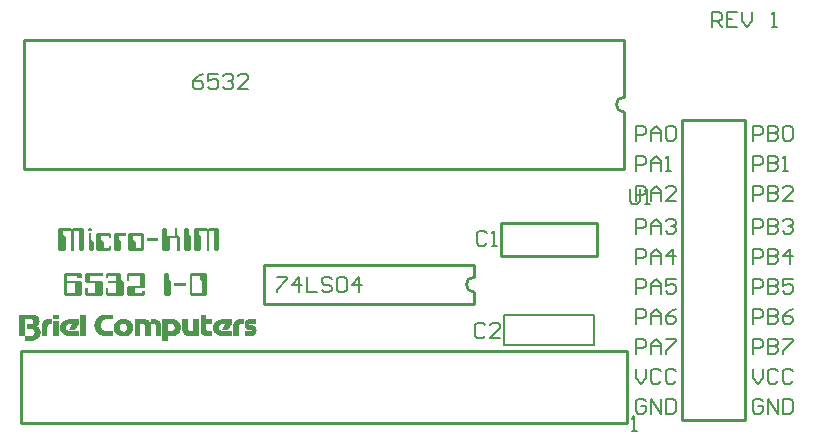
<source format=gto>
%FSLAX23Y23*%
%MOIN*%
G70*
G01*
G75*
G04 Layer_Color=65535*
%ADD10C,0.008*%
%ADD11C,0.020*%
%ADD12O,0.050X0.100*%
%ADD13R,0.050X0.100*%
%ADD14C,0.065*%
%ADD15R,0.065X0.065*%
%ADD16R,0.065X0.065*%
%ADD17C,0.066*%
%ADD18C,0.032*%
%ADD19C,0.010*%
G36*
X2166Y3329D02*
X2148D01*
Y3380D01*
X2166D01*
Y3329D01*
D02*
G37*
G36*
X2257D02*
X2238D01*
Y3400D01*
X2257D01*
Y3329D01*
D02*
G37*
G36*
X2825Y3368D02*
X2810Y3368D01*
X2804D01*
X2804Y3368D01*
X2803D01*
X2803Y3368D01*
X2802Y3368D01*
X2802Y3367D01*
X2802Y3367D01*
X2801Y3367D01*
X2801Y3367D01*
Y3366D01*
Y3366D01*
X2801Y3365D01*
X2802Y3365D01*
X2802Y3365D01*
X2802Y3365D01*
X2803Y3365D01*
X2803Y3364D01*
X2804D01*
X2804Y3364D01*
X2804D01*
X2805Y3364D01*
X2806D01*
X2807Y3364D01*
X2809D01*
X2810Y3364D01*
X2813D01*
X2814Y3364D01*
X2814Y3364D01*
X2815Y3364D01*
X2816Y3363D01*
X2818Y3363D01*
X2819Y3362D01*
X2820Y3361D01*
X2822Y3360D01*
X2822Y3360D01*
X2822Y3360D01*
X2822Y3359D01*
X2823Y3358D01*
X2824Y3357D01*
X2824Y3356D01*
X2825Y3354D01*
X2825Y3353D01*
Y3353D01*
X2825Y3352D01*
X2825Y3352D01*
X2825Y3351D01*
X2825Y3350D01*
X2826Y3349D01*
X2826Y3348D01*
Y3347D01*
Y3347D01*
Y3347D01*
Y3347D01*
X2826Y3346D01*
X2825Y3344D01*
Y3344D01*
X2825Y3344D01*
X2825Y3343D01*
X2825Y3342D01*
X2825Y3341D01*
X2825Y3340D01*
X2824Y3339D01*
X2824Y3337D01*
Y3337D01*
X2824Y3337D01*
X2824Y3336D01*
X2823Y3336D01*
X2823Y3335D01*
X2822Y3334D01*
X2821Y3333D01*
X2820Y3332D01*
X2820Y3332D01*
X2820Y3332D01*
X2819Y3331D01*
X2818Y3331D01*
X2817Y3330D01*
X2816Y3330D01*
X2815Y3330D01*
X2814Y3329D01*
X2813Y3329D01*
X2812Y3329D01*
X2811Y3329D01*
X2787D01*
Y3345D01*
X2809D01*
X2810Y3345D01*
X2811Y3346D01*
X2811Y3346D01*
X2811Y3346D01*
X2811Y3346D01*
Y3346D01*
Y3346D01*
Y3347D01*
X2811Y3348D01*
X2811Y3348D01*
X2811Y3348D01*
X2811Y3349D01*
X2810Y3349D01*
X2810Y3349D01*
X2809Y3349D01*
X2808Y3349D01*
X2804D01*
X2803Y3349D01*
X2802D01*
X2800Y3349D01*
X2797Y3350D01*
X2795Y3350D01*
X2794Y3350D01*
X2793Y3351D01*
X2792Y3351D01*
X2792Y3351D01*
X2792Y3352D01*
X2791Y3352D01*
X2791Y3353D01*
X2790Y3353D01*
X2790Y3354D01*
X2789Y3355D01*
X2788Y3356D01*
X2788Y3357D01*
Y3357D01*
X2788Y3358D01*
X2788Y3358D01*
X2787Y3359D01*
X2787Y3360D01*
X2787Y3362D01*
X2787Y3363D01*
X2787Y3365D01*
Y3365D01*
Y3365D01*
X2787Y3365D01*
Y3366D01*
Y3366D01*
Y3367D01*
X2787Y3368D01*
Y3369D01*
X2787Y3370D01*
X2787Y3373D01*
Y3373D01*
X2787Y3373D01*
X2788Y3374D01*
X2788Y3375D01*
X2788Y3376D01*
X2788Y3377D01*
X2789Y3378D01*
X2790Y3379D01*
X2790Y3379D01*
X2790Y3379D01*
X2790Y3380D01*
X2791Y3380D01*
X2791Y3381D01*
X2792Y3381D01*
X2793Y3382D01*
X2794Y3383D01*
X2794Y3383D01*
X2794Y3383D01*
X2795Y3383D01*
X2796Y3383D01*
X2797Y3384D01*
X2799Y3384D01*
X2800Y3384D01*
X2801Y3384D01*
X2802Y3384D01*
X2804Y3385D01*
X2825D01*
Y3368D01*
D02*
G37*
G36*
X2145Y3368D02*
X2137D01*
X2136Y3368D01*
X2135Y3368D01*
X2134Y3367D01*
X2133Y3367D01*
X2132Y3366D01*
X2131Y3365D01*
X2131Y3365D01*
X2131Y3365D01*
X2130Y3364D01*
X2130Y3364D01*
X2129Y3363D01*
X2129Y3362D01*
X2129Y3360D01*
X2128Y3359D01*
Y3329D01*
X2110D01*
Y3364D01*
Y3364D01*
Y3364D01*
Y3364D01*
X2110Y3365D01*
X2110Y3366D01*
X2110Y3367D01*
X2110Y3368D01*
X2110Y3369D01*
X2111Y3371D01*
X2112Y3372D01*
X2112Y3373D01*
X2113Y3375D01*
X2113Y3376D01*
X2114Y3377D01*
X2115Y3378D01*
X2115Y3378D01*
X2116Y3378D01*
X2116Y3379D01*
X2116Y3379D01*
X2117Y3380D01*
X2117Y3380D01*
X2118Y3381D01*
X2119Y3381D01*
X2121Y3382D01*
X2123Y3383D01*
X2124Y3384D01*
X2126Y3384D01*
X2127Y3384D01*
X2128Y3384D01*
X2145D01*
Y3368D01*
D02*
G37*
G36*
X2658Y3384D02*
X2676D01*
Y3368D01*
X2658D01*
Y3351D01*
Y3351D01*
Y3351D01*
Y3350D01*
X2658Y3350D01*
X2658Y3349D01*
X2659Y3348D01*
X2659Y3347D01*
X2660Y3346D01*
X2661Y3346D01*
X2661Y3346D01*
X2662Y3345D01*
X2663Y3345D01*
X2664Y3345D01*
X2676D01*
Y3329D01*
X2657D01*
X2657Y3329D01*
X2656Y3329D01*
X2655Y3329D01*
X2654Y3330D01*
X2652Y3330D01*
X2650Y3331D01*
X2648Y3332D01*
X2647Y3332D01*
X2646Y3333D01*
X2645Y3334D01*
X2645Y3334D01*
X2645Y3334D01*
X2645Y3334D01*
X2644Y3335D01*
X2644Y3335D01*
X2643Y3336D01*
X2642Y3337D01*
X2641Y3339D01*
X2640Y3341D01*
X2640Y3342D01*
X2639Y3344D01*
X2639Y3345D01*
X2639Y3346D01*
Y3400D01*
X2658D01*
Y3384D01*
D02*
G37*
G36*
X2783Y3368D02*
X2775D01*
X2774Y3368D01*
X2773Y3368D01*
X2772Y3367D01*
X2771Y3367D01*
X2770Y3366D01*
X2769Y3365D01*
X2769Y3365D01*
X2769Y3365D01*
X2769Y3364D01*
X2768Y3364D01*
X2768Y3363D01*
X2767Y3362D01*
X2767Y3360D01*
X2767Y3359D01*
Y3329D01*
X2748D01*
Y3364D01*
Y3364D01*
Y3364D01*
Y3364D01*
X2748Y3365D01*
X2748Y3366D01*
X2748Y3367D01*
X2749Y3368D01*
X2749Y3369D01*
X2749Y3371D01*
X2750Y3372D01*
X2751Y3373D01*
X2751Y3375D01*
X2752Y3376D01*
X2753Y3377D01*
X2754Y3378D01*
X2754Y3378D01*
X2754Y3378D01*
X2754Y3379D01*
X2755Y3379D01*
X2755Y3380D01*
X2756Y3380D01*
X2757Y3381D01*
X2757Y3381D01*
X2759Y3382D01*
X2762Y3383D01*
X2763Y3384D01*
X2764Y3384D01*
X2765Y3384D01*
X2767Y3384D01*
X2783D01*
Y3368D01*
D02*
G37*
G36*
X2346Y3384D02*
X2325D01*
X2325Y3384D01*
X2324Y3384D01*
X2323Y3384D01*
X2322Y3384D01*
X2321Y3383D01*
X2319Y3383D01*
X2318Y3382D01*
X2317Y3382D01*
X2315Y3381D01*
X2314Y3380D01*
X2313Y3379D01*
X2312Y3378D01*
X2312Y3378D01*
X2312Y3378D01*
X2311Y3378D01*
X2311Y3377D01*
X2311Y3377D01*
X2310Y3376D01*
X2309Y3375D01*
X2309Y3375D01*
X2308Y3373D01*
X2307Y3370D01*
X2307Y3369D01*
X2306Y3368D01*
X2306Y3367D01*
X2306Y3365D01*
Y3365D01*
Y3365D01*
Y3364D01*
X2306Y3364D01*
X2306Y3363D01*
X2306Y3362D01*
X2306Y3361D01*
X2307Y3360D01*
X2307Y3358D01*
X2308Y3357D01*
X2308Y3356D01*
X2309Y3354D01*
X2310Y3353D01*
X2311Y3352D01*
X2312Y3351D01*
X2312Y3351D01*
X2312Y3351D01*
X2312Y3350D01*
X2313Y3350D01*
X2313Y3350D01*
X2314Y3349D01*
X2315Y3349D01*
X2316Y3348D01*
X2317Y3347D01*
X2318Y3347D01*
X2319Y3346D01*
X2320Y3346D01*
X2322Y3346D01*
X2323Y3345D01*
X2325Y3345D01*
X2326Y3345D01*
X2346D01*
Y3329D01*
X2320D01*
X2319Y3329D01*
X2318Y3329D01*
X2317Y3329D01*
X2315Y3330D01*
X2313Y3330D01*
X2312Y3330D01*
X2310Y3331D01*
X2308Y3332D01*
X2306Y3332D01*
X2303Y3333D01*
X2301Y3335D01*
X2299Y3336D01*
X2297Y3338D01*
X2295Y3339D01*
X2295Y3339D01*
X2295Y3340D01*
X2294Y3340D01*
X2294Y3341D01*
X2293Y3342D01*
X2292Y3343D01*
X2291Y3345D01*
X2290Y3347D01*
X2289Y3348D01*
X2289Y3350D01*
X2288Y3352D01*
X2287Y3355D01*
X2286Y3357D01*
X2286Y3360D01*
X2285Y3362D01*
X2285Y3365D01*
Y3365D01*
Y3366D01*
X2285Y3367D01*
X2286Y3368D01*
X2286Y3369D01*
X2286Y3370D01*
X2286Y3372D01*
X2287Y3374D01*
X2287Y3375D01*
X2288Y3377D01*
X2289Y3379D01*
X2290Y3382D01*
X2291Y3384D01*
X2292Y3386D01*
X2294Y3388D01*
X2296Y3390D01*
X2296Y3390D01*
X2296Y3390D01*
X2297Y3391D01*
X2298Y3391D01*
X2299Y3392D01*
X2300Y3393D01*
X2301Y3394D01*
X2303Y3395D01*
X2305Y3396D01*
X2307Y3397D01*
X2309Y3398D01*
X2311Y3399D01*
X2313Y3399D01*
X2315Y3400D01*
X2318Y3400D01*
X2321Y3400D01*
X2346D01*
Y3384D01*
D02*
G37*
G36*
X2549Y3384D02*
X2549D01*
X2550Y3384D01*
X2551Y3384D01*
X2553Y3384D01*
X2554Y3383D01*
X2555Y3383D01*
X2557Y3382D01*
X2558Y3382D01*
X2560Y3381D01*
X2562Y3380D01*
X2563Y3379D01*
X2565Y3377D01*
X2566Y3376D01*
X2566Y3376D01*
X2567Y3376D01*
X2567Y3375D01*
X2567Y3375D01*
X2568Y3374D01*
X2569Y3373D01*
X2569Y3372D01*
X2570Y3371D01*
X2571Y3369D01*
X2571Y3368D01*
X2572Y3366D01*
X2573Y3364D01*
X2573Y3362D01*
X2574Y3360D01*
X2574Y3358D01*
X2574Y3356D01*
Y3356D01*
Y3356D01*
X2574Y3355D01*
Y3354D01*
X2574Y3353D01*
X2574Y3352D01*
X2573Y3351D01*
X2573Y3349D01*
X2572Y3348D01*
X2572Y3346D01*
X2571Y3345D01*
X2571Y3343D01*
X2570Y3342D01*
X2569Y3340D01*
X2567Y3338D01*
X2566Y3337D01*
X2566Y3337D01*
X2566Y3337D01*
X2565Y3336D01*
X2565Y3336D01*
X2564Y3335D01*
X2563Y3334D01*
X2562Y3334D01*
X2561Y3333D01*
X2560Y3332D01*
X2558Y3331D01*
X2557Y3331D01*
X2555Y3330D01*
X2553Y3330D01*
X2551Y3329D01*
X2549Y3329D01*
X2547Y3329D01*
X2535D01*
Y3345D01*
X2541D01*
X2541Y3345D01*
X2543Y3345D01*
X2544Y3345D01*
X2545Y3346D01*
X2547Y3346D01*
X2548Y3347D01*
X2550Y3348D01*
X2550Y3348D01*
X2550Y3349D01*
X2551Y3349D01*
X2551Y3350D01*
X2552Y3351D01*
X2553Y3353D01*
X2553Y3354D01*
X2553Y3356D01*
Y3356D01*
Y3356D01*
X2553Y3357D01*
X2553Y3358D01*
X2553Y3359D01*
X2552Y3360D01*
X2552Y3361D01*
X2551Y3363D01*
X2550Y3364D01*
X2550Y3364D01*
X2549Y3365D01*
X2548Y3365D01*
X2547Y3366D01*
X2546Y3367D01*
X2544Y3367D01*
X2543Y3368D01*
X2541Y3368D01*
X2531D01*
Y3313D01*
X2512D01*
Y3384D01*
X2548D01*
X2549Y3384D01*
D02*
G37*
G36*
X2384Y3386D02*
X2384D01*
X2386Y3386D01*
X2387Y3386D01*
X2388Y3385D01*
X2390Y3385D01*
X2392Y3385D01*
X2394Y3384D01*
X2395Y3383D01*
X2397Y3383D01*
X2399Y3382D01*
X2401Y3381D01*
X2403Y3379D01*
X2405Y3378D01*
X2405Y3378D01*
X2406Y3378D01*
X2406Y3377D01*
X2407Y3376D01*
X2407Y3376D01*
X2408Y3375D01*
X2409Y3373D01*
X2410Y3372D01*
X2411Y3371D01*
X2412Y3369D01*
X2413Y3367D01*
X2414Y3365D01*
X2414Y3363D01*
X2415Y3361D01*
X2415Y3359D01*
X2415Y3357D01*
Y3356D01*
Y3356D01*
X2415Y3355D01*
X2415Y3354D01*
X2415Y3353D01*
X2415Y3352D01*
X2415Y3351D01*
X2414Y3349D01*
X2414Y3347D01*
X2413Y3346D01*
X2412Y3344D01*
X2411Y3342D01*
X2410Y3340D01*
X2409Y3339D01*
X2407Y3337D01*
X2405Y3335D01*
X2405Y3335D01*
X2405Y3335D01*
X2404Y3334D01*
X2404Y3334D01*
X2403Y3333D01*
X2401Y3333D01*
X2400Y3332D01*
X2399Y3331D01*
X2397Y3330D01*
X2395Y3330D01*
X2393Y3329D01*
X2391Y3328D01*
X2389Y3328D01*
X2387Y3328D01*
X2385Y3327D01*
X2382Y3327D01*
X2382D01*
X2381Y3327D01*
X2380D01*
X2379Y3327D01*
X2377Y3328D01*
X2376Y3328D01*
X2374Y3328D01*
X2373Y3329D01*
X2371Y3329D01*
X2369Y3330D01*
X2367Y3331D01*
X2365Y3331D01*
X2363Y3333D01*
X2361Y3334D01*
X2359Y3335D01*
X2359Y3335D01*
X2359Y3335D01*
X2358Y3336D01*
X2358Y3337D01*
X2357Y3337D01*
X2356Y3339D01*
X2355Y3340D01*
X2354Y3341D01*
X2353Y3342D01*
X2352Y3344D01*
X2351Y3346D01*
X2351Y3348D01*
X2350Y3350D01*
X2350Y3352D01*
X2349Y3354D01*
X2349Y3357D01*
Y3357D01*
Y3357D01*
X2349Y3358D01*
X2349Y3359D01*
X2349Y3360D01*
X2350Y3361D01*
X2350Y3362D01*
X2350Y3364D01*
X2351Y3366D01*
X2352Y3367D01*
X2352Y3369D01*
X2353Y3371D01*
X2355Y3373D01*
X2356Y3375D01*
X2358Y3376D01*
X2359Y3378D01*
X2360Y3378D01*
X2360Y3378D01*
X2360Y3379D01*
X2361Y3379D01*
X2362Y3380D01*
X2363Y3381D01*
X2364Y3381D01*
X2366Y3382D01*
X2368Y3383D01*
X2369Y3383D01*
X2371Y3384D01*
X2373Y3385D01*
X2375Y3385D01*
X2378Y3386D01*
X2380Y3386D01*
X2382Y3386D01*
X2383D01*
X2384Y3386D01*
D02*
G37*
G36*
X2662Y3534D02*
Y3467D01*
X2657Y3463D01*
X2607D01*
X2603Y3467D01*
Y3534D01*
X2607Y3539D01*
X2657D01*
X2662Y3534D01*
D02*
G37*
G36*
X2314Y3530D02*
X2272D01*
Y3513D01*
X2310D01*
X2314Y3509D01*
Y3467D01*
X2310Y3463D01*
X2259D01*
X2255Y3467D01*
Y3488D01*
X2263D01*
Y3471D01*
X2288D01*
Y3505D01*
X2259D01*
X2255Y3509D01*
Y3534D01*
X2259Y3539D01*
X2314D01*
Y3530D01*
D02*
G37*
G36*
X2453Y3534D02*
Y3492D01*
X2449Y3488D01*
X2419D01*
Y3471D01*
X2445D01*
Y3480D01*
X2453D01*
Y3467D01*
X2449Y3463D01*
X2398D01*
X2394Y3467D01*
Y3492D01*
X2398Y3496D01*
X2436D01*
Y3530D01*
X2402D01*
Y3513D01*
X2394D01*
Y3534D01*
X2398Y3539D01*
X2448D01*
X2453Y3534D01*
D02*
G37*
G36*
X2533D02*
Y3517D01*
X2542Y3509D01*
Y3467D01*
X2537Y3463D01*
X2521D01*
X2517Y3467D01*
Y3534D01*
X2521Y3539D01*
X2529D01*
X2533Y3534D01*
D02*
G37*
G36*
X2244D02*
Y3522D01*
X2227D01*
Y3530D01*
X2193D01*
Y3513D01*
X2240D01*
X2244Y3509D01*
Y3467D01*
X2240Y3463D01*
X2189D01*
X2185Y3467D01*
Y3534D01*
X2189Y3539D01*
X2240D01*
X2244Y3534D01*
D02*
G37*
G36*
X2082Y3400D02*
X2083Y3400D01*
X2083Y3400D01*
X2085Y3400D01*
X2086Y3400D01*
X2088Y3399D01*
X2089Y3398D01*
X2091Y3398D01*
X2092Y3397D01*
X2093Y3396D01*
X2095Y3395D01*
X2096Y3394D01*
X2096Y3394D01*
X2096Y3394D01*
X2097Y3393D01*
X2097Y3393D01*
X2098Y3392D01*
X2098Y3391D01*
X2099Y3391D01*
X2099Y3390D01*
X2100Y3388D01*
X2101Y3387D01*
X2102Y3385D01*
X2102Y3383D01*
X2102Y3382D01*
X2103Y3380D01*
X2103Y3379D01*
Y3378D01*
Y3378D01*
Y3378D01*
Y3378D01*
X2103Y3377D01*
X2102Y3375D01*
X2102Y3374D01*
X2102Y3372D01*
X2101Y3370D01*
X2100Y3369D01*
Y3369D01*
X2100Y3369D01*
X2100Y3368D01*
X2099Y3367D01*
X2098Y3366D01*
X2097Y3365D01*
X2096Y3364D01*
X2094Y3362D01*
X2092Y3361D01*
X2092D01*
X2092Y3361D01*
X2093Y3361D01*
X2093Y3361D01*
X2094Y3361D01*
X2095Y3360D01*
X2096Y3359D01*
X2098Y3358D01*
X2100Y3357D01*
X2101Y3355D01*
X2103Y3353D01*
Y3353D01*
X2103Y3352D01*
X2103Y3352D01*
X2104Y3352D01*
X2104Y3351D01*
X2104Y3350D01*
X2105Y3349D01*
X2105Y3347D01*
X2106Y3345D01*
X2106Y3343D01*
X2106Y3340D01*
Y3340D01*
Y3339D01*
X2106Y3339D01*
Y3338D01*
X2106Y3337D01*
X2106Y3336D01*
X2106Y3335D01*
X2105Y3334D01*
X2105Y3332D01*
X2104Y3331D01*
X2104Y3329D01*
X2103Y3328D01*
X2102Y3326D01*
X2100Y3324D01*
X2099Y3323D01*
X2097Y3321D01*
X2097Y3321D01*
X2097Y3321D01*
X2096Y3321D01*
X2096Y3320D01*
X2095Y3319D01*
X2094Y3319D01*
X2093Y3318D01*
X2091Y3317D01*
X2090Y3316D01*
X2088Y3316D01*
X2087Y3315D01*
X2085Y3314D01*
X2083Y3314D01*
X2081Y3313D01*
X2079Y3313D01*
X2077Y3313D01*
X2055D01*
Y3329D01*
X2035D01*
Y3400D01*
X2081D01*
X2082Y3400D01*
D02*
G37*
G36*
X2375Y3534D02*
Y3517D01*
X2383Y3509D01*
Y3467D01*
X2379Y3463D01*
X2328D01*
X2324Y3467D01*
Y3488D01*
X2332D01*
Y3471D01*
X2358D01*
Y3505D01*
X2332D01*
Y3513D01*
X2358D01*
Y3530D01*
X2332D01*
Y3522D01*
X2324D01*
Y3534D01*
X2328Y3539D01*
X2370D01*
X2375Y3534D01*
D02*
G37*
G36*
X2589Y3496D02*
X2551D01*
Y3505D01*
X2589D01*
Y3496D01*
D02*
G37*
G36*
X2497Y3646D02*
X2460D01*
Y3655D01*
X2497D01*
Y3646D01*
D02*
G37*
G36*
X2342Y3667D02*
Y3655D01*
X2334D01*
Y3663D01*
X2308D01*
Y3651D01*
X2317Y3642D01*
Y3621D01*
X2334D01*
Y3630D01*
X2342D01*
Y3617D01*
X2338Y3613D01*
X2296D01*
X2291Y3617D01*
Y3667D01*
X2296Y3672D01*
X2338D01*
X2342Y3667D01*
D02*
G37*
G36*
X2449D02*
Y3617D01*
X2444Y3613D01*
X2402D01*
X2398Y3617D01*
Y3667D01*
X2402Y3672D01*
X2444D01*
X2449Y3667D01*
D02*
G37*
G36*
X2600Y3684D02*
Y3667D01*
X2608Y3659D01*
Y3617D01*
X2603Y3613D01*
X2587D01*
X2583Y3617D01*
Y3684D01*
X2587Y3689D01*
X2595D01*
X2600Y3684D01*
D02*
G37*
G36*
X2249D02*
Y3617D01*
X2245Y3613D01*
X2237D01*
X2233Y3617D01*
Y3680D01*
X2216D01*
Y3613D01*
X2207D01*
Y3680D01*
X2182D01*
Y3667D01*
X2190Y3659D01*
Y3617D01*
X2186Y3613D01*
X2169D01*
X2165Y3617D01*
Y3684D01*
X2169Y3689D01*
X2207D01*
X2211Y3684D01*
X2216Y3689D01*
X2245D01*
X2249Y3684D01*
D02*
G37*
G36*
X2701D02*
Y3617D01*
X2697Y3613D01*
X2688D01*
X2684Y3617D01*
Y3680D01*
X2667D01*
Y3613D01*
X2659D01*
Y3680D01*
X2633D01*
Y3667D01*
X2642Y3659D01*
Y3617D01*
X2637Y3613D01*
X2621D01*
X2616Y3617D01*
Y3684D01*
X2621Y3689D01*
X2659D01*
X2663Y3684D01*
X2667Y3689D01*
X2696D01*
X2701Y3684D01*
D02*
G37*
G36*
X2561Y3667D02*
X2570Y3659D01*
Y3613D01*
X2561D01*
Y3655D01*
X2536D01*
Y3617D01*
X2531Y3613D01*
X2515D01*
X2511Y3617D01*
Y3684D01*
X2515Y3689D01*
X2523D01*
X2527Y3684D01*
Y3663D01*
X2553D01*
Y3689D01*
X2561D01*
Y3667D01*
D02*
G37*
G36*
X2276Y3686D02*
Y3680D01*
X2275Y3679D01*
X2266D01*
X2265Y3680D01*
Y3686D01*
X2266Y3687D01*
X2275D01*
X2276Y3686D01*
D02*
G37*
G36*
X2392Y3663D02*
X2367D01*
Y3651D01*
X2375Y3642D01*
Y3617D01*
X2371Y3613D01*
X2354D01*
X2350Y3617D01*
Y3667D01*
X2354Y3672D01*
X2392D01*
Y3663D01*
D02*
G37*
G36*
X2743Y3368D02*
X2730Y3350D01*
X2709D01*
X2722Y3368D01*
X2711D01*
X2710Y3368D01*
X2709Y3368D01*
X2708Y3367D01*
X2706Y3367D01*
X2705Y3366D01*
X2704Y3365D01*
X2703Y3365D01*
X2703Y3364D01*
X2703Y3364D01*
X2702Y3363D01*
X2701Y3362D01*
X2701Y3360D01*
X2700Y3359D01*
X2700Y3357D01*
Y3357D01*
Y3357D01*
Y3357D01*
X2700Y3356D01*
X2701Y3355D01*
X2701Y3354D01*
X2701Y3353D01*
X2702Y3351D01*
X2703Y3350D01*
X2704Y3348D01*
X2704Y3348D01*
X2704Y3348D01*
X2705Y3347D01*
X2706Y3347D01*
X2707Y3346D01*
X2709Y3346D01*
X2710Y3345D01*
X2712Y3345D01*
X2743D01*
Y3329D01*
X2710D01*
X2710Y3329D01*
X2709D01*
X2708Y3329D01*
X2706Y3329D01*
X2705Y3330D01*
X2703Y3330D01*
X2702Y3330D01*
X2700Y3331D01*
X2698Y3331D01*
X2696Y3332D01*
X2695Y3333D01*
X2693Y3334D01*
X2691Y3335D01*
X2689Y3336D01*
X2689Y3336D01*
X2689Y3337D01*
X2688Y3337D01*
X2688Y3338D01*
X2687Y3339D01*
X2686Y3339D01*
X2685Y3341D01*
X2684Y3342D01*
X2684Y3343D01*
X2683Y3345D01*
X2682Y3346D01*
X2681Y3348D01*
X2681Y3350D01*
X2680Y3352D01*
X2680Y3355D01*
X2680Y3357D01*
Y3357D01*
Y3357D01*
X2680Y3358D01*
X2680Y3359D01*
X2680Y3360D01*
X2680Y3361D01*
X2680Y3362D01*
X2681Y3363D01*
X2681Y3365D01*
X2682Y3366D01*
X2683Y3368D01*
X2684Y3369D01*
X2685Y3371D01*
X2686Y3373D01*
X2687Y3374D01*
X2689Y3376D01*
X2689Y3376D01*
X2690Y3376D01*
X2690Y3377D01*
X2691Y3377D01*
X2692Y3378D01*
X2693Y3379D01*
X2694Y3379D01*
X2695Y3380D01*
X2697Y3381D01*
X2698Y3382D01*
X2700Y3382D01*
X2702Y3383D01*
X2704Y3383D01*
X2706Y3384D01*
X2709Y3384D01*
X2711Y3384D01*
X2743D01*
Y3368D01*
D02*
G37*
G36*
X2490Y3384D02*
X2491Y3384D01*
X2491Y3384D01*
X2493Y3383D01*
X2495Y3383D01*
X2496Y3382D01*
X2497Y3382D01*
X2498Y3381D01*
X2499Y3380D01*
X2501Y3379D01*
X2502Y3378D01*
X2502Y3378D01*
X2502Y3378D01*
X2502Y3378D01*
X2503Y3377D01*
X2503Y3377D01*
X2504Y3376D01*
X2504Y3375D01*
X2505Y3374D01*
X2506Y3372D01*
X2507Y3370D01*
X2507Y3369D01*
X2507Y3367D01*
X2508Y3366D01*
X2508Y3365D01*
Y3329D01*
X2489D01*
Y3362D01*
Y3362D01*
Y3362D01*
X2489Y3363D01*
X2489Y3364D01*
X2488Y3365D01*
X2488Y3365D01*
X2488Y3366D01*
X2487Y3367D01*
X2487Y3367D01*
X2487Y3367D01*
X2486Y3367D01*
X2486Y3367D01*
X2485Y3368D01*
X2484Y3368D01*
X2483Y3368D01*
X2482Y3368D01*
X2473D01*
Y3329D01*
X2454D01*
X2454Y3362D01*
Y3362D01*
Y3362D01*
Y3362D01*
X2454Y3363D01*
X2453Y3364D01*
X2453Y3365D01*
X2453Y3366D01*
X2452Y3366D01*
X2451Y3367D01*
X2451Y3367D01*
X2450Y3367D01*
X2449Y3368D01*
X2448Y3368D01*
X2447Y3368D01*
X2438D01*
Y3329D01*
X2419D01*
Y3384D01*
X2454D01*
X2455Y3384D01*
X2456D01*
X2456Y3384D01*
X2458Y3384D01*
X2460Y3383D01*
X2462Y3383D01*
X2464Y3382D01*
X2466Y3381D01*
X2466D01*
X2466Y3380D01*
X2466Y3380D01*
X2467Y3379D01*
X2468Y3378D01*
X2469Y3376D01*
X2471Y3375D01*
X2472Y3373D01*
X2473Y3370D01*
Y3384D01*
X2489D01*
X2490Y3384D01*
D02*
G37*
G36*
X2633Y3329D02*
X2599D01*
X2598Y3329D01*
X2597Y3329D01*
X2597Y3329D01*
X2596Y3329D01*
X2594Y3330D01*
X2592Y3331D01*
X2591Y3331D01*
X2589Y3332D01*
X2588Y3332D01*
X2587Y3333D01*
X2585Y3334D01*
X2584Y3335D01*
X2584Y3335D01*
X2584Y3335D01*
X2584Y3336D01*
X2583Y3336D01*
X2583Y3337D01*
X2582Y3337D01*
X2582Y3338D01*
X2581Y3339D01*
X2580Y3340D01*
X2580Y3341D01*
X2579Y3343D01*
X2579Y3344D01*
X2578Y3345D01*
X2578Y3347D01*
X2578Y3349D01*
X2578Y3350D01*
Y3384D01*
X2596D01*
Y3354D01*
Y3354D01*
Y3353D01*
X2596Y3352D01*
X2597Y3352D01*
X2597Y3351D01*
X2597Y3350D01*
X2597Y3349D01*
X2598Y3348D01*
X2598Y3348D01*
X2598Y3347D01*
X2599Y3347D01*
X2599Y3347D01*
X2600Y3346D01*
X2601Y3346D01*
X2603Y3345D01*
X2604Y3345D01*
X2614D01*
Y3384D01*
X2633D01*
Y3329D01*
D02*
G37*
G36*
X2233Y3368D02*
X2220Y3350D01*
X2199D01*
X2212Y3368D01*
X2202D01*
X2201Y3368D01*
X2200Y3368D01*
X2198Y3367D01*
X2197Y3367D01*
X2195Y3366D01*
X2194Y3365D01*
X2194Y3365D01*
X2193Y3364D01*
X2193Y3364D01*
X2192Y3363D01*
X2192Y3362D01*
X2191Y3360D01*
X2191Y3359D01*
X2191Y3357D01*
Y3357D01*
Y3357D01*
Y3357D01*
X2191Y3356D01*
X2191Y3355D01*
X2191Y3354D01*
X2192Y3353D01*
X2192Y3351D01*
X2193Y3350D01*
X2194Y3348D01*
X2194Y3348D01*
X2195Y3348D01*
X2195Y3347D01*
X2196Y3347D01*
X2198Y3346D01*
X2199Y3346D01*
X2201Y3345D01*
X2203Y3345D01*
X2233D01*
Y3329D01*
X2201D01*
X2200Y3329D01*
X2199D01*
X2198Y3329D01*
X2197Y3329D01*
X2195Y3330D01*
X2194Y3330D01*
X2192Y3330D01*
X2190Y3331D01*
X2188Y3331D01*
X2187Y3332D01*
X2185Y3333D01*
X2183Y3334D01*
X2181Y3335D01*
X2180Y3336D01*
X2179Y3336D01*
X2179Y3337D01*
X2179Y3337D01*
X2178Y3338D01*
X2177Y3339D01*
X2176Y3339D01*
X2176Y3341D01*
X2175Y3342D01*
X2174Y3343D01*
X2173Y3345D01*
X2172Y3346D01*
X2172Y3348D01*
X2171Y3350D01*
X2170Y3352D01*
X2170Y3355D01*
X2170Y3357D01*
Y3357D01*
Y3357D01*
X2170Y3358D01*
X2170Y3359D01*
X2170Y3360D01*
X2170Y3361D01*
X2171Y3362D01*
X2171Y3363D01*
X2172Y3365D01*
X2172Y3366D01*
X2173Y3368D01*
X2174Y3369D01*
X2175Y3371D01*
X2176Y3373D01*
X2178Y3374D01*
X2179Y3376D01*
X2179Y3376D01*
X2180Y3376D01*
X2180Y3377D01*
X2181Y3377D01*
X2182Y3378D01*
X2183Y3379D01*
X2184Y3379D01*
X2186Y3380D01*
X2187Y3381D01*
X2189Y3382D01*
X2191Y3382D01*
X2192Y3383D01*
X2195Y3383D01*
X2197Y3384D01*
X2199Y3384D01*
X2201Y3384D01*
X2233D01*
Y3368D01*
D02*
G37*
G36*
X2275Y3651D02*
X2283Y3642D01*
Y3617D01*
X2279Y3613D01*
X2270D01*
X2266Y3617D01*
Y3672D01*
X2275D01*
Y3651D01*
D02*
G37*
G36*
X2166Y3384D02*
X2148D01*
Y3400D01*
X2166D01*
Y3384D01*
D02*
G37*
%LPC*%
G36*
X2382Y3370D02*
X2382D01*
X2382Y3370D01*
X2380Y3370D01*
X2379Y3369D01*
X2378Y3369D01*
X2376Y3368D01*
X2375Y3367D01*
X2373Y3366D01*
X2373Y3366D01*
X2373Y3365D01*
X2372Y3365D01*
X2372Y3363D01*
X2371Y3362D01*
X2370Y3361D01*
X2370Y3359D01*
X2370Y3357D01*
Y3356D01*
Y3356D01*
Y3356D01*
X2370Y3356D01*
X2370Y3355D01*
X2370Y3353D01*
X2370Y3352D01*
X2371Y3350D01*
X2372Y3348D01*
X2373Y3347D01*
X2373Y3347D01*
X2374Y3346D01*
X2375Y3346D01*
X2376Y3345D01*
X2377Y3344D01*
X2379Y3344D01*
X2380Y3343D01*
X2382Y3343D01*
X2383D01*
X2383Y3343D01*
X2384Y3343D01*
X2386Y3344D01*
X2387Y3344D01*
X2388Y3345D01*
X2390Y3346D01*
X2391Y3347D01*
X2392Y3347D01*
X2392Y3348D01*
X2392Y3348D01*
X2393Y3349D01*
X2394Y3351D01*
X2394Y3353D01*
X2395Y3354D01*
X2395Y3357D01*
Y3357D01*
Y3357D01*
Y3357D01*
X2395Y3357D01*
X2395Y3359D01*
X2394Y3360D01*
X2394Y3361D01*
X2393Y3363D01*
X2392Y3365D01*
X2391Y3366D01*
X2391Y3366D01*
X2391Y3367D01*
X2390Y3367D01*
X2389Y3368D01*
X2388Y3369D01*
X2386Y3369D01*
X2384Y3370D01*
X2382Y3370D01*
D02*
G37*
G36*
X2074Y3384D02*
X2055D01*
Y3329D01*
X2074D01*
X2075Y3329D01*
X2076Y3329D01*
X2077Y3329D01*
X2078Y3330D01*
X2080Y3330D01*
X2081Y3331D01*
X2083Y3332D01*
X2083Y3332D01*
X2083Y3333D01*
X2084Y3333D01*
X2084Y3334D01*
X2085Y3335D01*
X2085Y3337D01*
X2086Y3338D01*
X2086Y3340D01*
Y3340D01*
Y3340D01*
Y3341D01*
X2086Y3341D01*
X2086Y3342D01*
X2086Y3343D01*
X2085Y3345D01*
X2085Y3346D01*
X2084Y3347D01*
X2083Y3349D01*
X2082Y3349D01*
X2082Y3349D01*
X2081Y3350D01*
X2080Y3350D01*
X2079Y3351D01*
X2077Y3351D01*
X2076Y3352D01*
X2074Y3352D01*
X2059D01*
Y3368D01*
X2075D01*
X2075Y3368D01*
X2076Y3368D01*
X2077Y3369D01*
X2078Y3369D01*
X2079Y3369D01*
X2080Y3370D01*
X2080Y3370D01*
X2080Y3371D01*
X2081Y3371D01*
X2081Y3372D01*
X2081Y3373D01*
X2082Y3374D01*
X2082Y3375D01*
X2082Y3376D01*
Y3376D01*
Y3377D01*
X2082Y3377D01*
X2082Y3378D01*
X2082Y3379D01*
X2081Y3380D01*
X2081Y3381D01*
X2080Y3382D01*
X2080Y3382D01*
X2080Y3382D01*
X2079Y3383D01*
X2079Y3383D01*
X2078Y3383D01*
X2077Y3384D01*
X2076Y3384D01*
X2074Y3384D01*
D02*
G37*
G36*
X2637Y3530D02*
X2611D01*
Y3471D01*
X2645D01*
Y3509D01*
X2637Y3518D01*
Y3530D01*
D02*
G37*
G36*
X2440Y3663D02*
X2415D01*
Y3650D01*
X2423Y3642D01*
Y3621D01*
X2440D01*
Y3663D01*
D02*
G37*
G36*
X2219Y3505D02*
X2193D01*
Y3471D01*
X2219D01*
Y3505D01*
D02*
G37*
%LPD*%
D10*
X3650Y3300D02*
X3950D01*
X3650D02*
Y3400D01*
X3950D01*
Y3300D02*
Y3400D01*
X2647Y4202D02*
X2631Y4194D01*
X2614Y4177D01*
Y4160D01*
X2622Y4152D01*
X2639D01*
X2647Y4160D01*
Y4169D01*
X2639Y4177D01*
X2614D01*
X2697Y4202D02*
X2664D01*
Y4177D01*
X2681Y4185D01*
X2689D01*
X2697Y4177D01*
Y4160D01*
X2689Y4152D01*
X2672D01*
X2664Y4160D01*
X2714Y4194D02*
X2722Y4202D01*
X2739D01*
X2747Y4194D01*
Y4185D01*
X2739Y4177D01*
X2731D01*
X2739D01*
X2747Y4169D01*
Y4160D01*
X2739Y4152D01*
X2722D01*
X2714Y4160D01*
X2797Y4152D02*
X2764D01*
X2797Y4185D01*
Y4194D01*
X2789Y4202D01*
X2772D01*
X2764Y4194D01*
X4070Y3820D02*
Y3778D01*
X4078Y3770D01*
X4095D01*
X4103Y3778D01*
Y3820D01*
X4120Y3770D02*
X4137D01*
X4128D01*
Y3820D01*
X4120Y3812D01*
X3593Y3672D02*
X3585Y3680D01*
X3568D01*
X3560Y3672D01*
Y3638D01*
X3568Y3630D01*
X3585D01*
X3593Y3638D01*
X3610Y3630D02*
X3627D01*
X3618D01*
Y3680D01*
X3610Y3672D01*
X3587Y3364D02*
X3579Y3372D01*
X3562D01*
X3554Y3364D01*
Y3330D01*
X3562Y3322D01*
X3579D01*
X3587Y3330D01*
X3637Y3322D02*
X3604D01*
X3637Y3355D01*
Y3364D01*
X3629Y3372D01*
X3612D01*
X3604Y3364D01*
X2893Y3525D02*
X2926D01*
Y3517D01*
X2893Y3483D01*
Y3475D01*
X2968D02*
Y3525D01*
X2943Y3500D01*
X2976D01*
X2993Y3525D02*
Y3475D01*
X3026D01*
X3076Y3517D02*
X3068Y3525D01*
X3051D01*
X3043Y3517D01*
Y3508D01*
X3051Y3500D01*
X3068D01*
X3076Y3492D01*
Y3483D01*
X3068Y3475D01*
X3051D01*
X3043Y3483D01*
X3093Y3517D02*
X3101Y3525D01*
X3118D01*
X3126Y3517D01*
Y3483D01*
X3118Y3475D01*
X3101D01*
X3093Y3483D01*
Y3517D01*
X3168Y3475D02*
Y3525D01*
X3143Y3500D01*
X3176D01*
X4343Y4360D02*
Y4410D01*
X4368D01*
X4376Y4402D01*
Y4385D01*
X4368Y4377D01*
X4343D01*
X4360D02*
X4376Y4360D01*
X4426Y4410D02*
X4393D01*
Y4360D01*
X4426D01*
X4393Y4385D02*
X4410D01*
X4443Y4410D02*
Y4377D01*
X4460Y4360D01*
X4476Y4377D01*
Y4410D01*
X4543Y4360D02*
X4560D01*
X4551D01*
Y4410D01*
X4543Y4402D01*
X4090Y3980D02*
Y4030D01*
X4115D01*
X4123Y4022D01*
Y4005D01*
X4115Y3997D01*
X4090D01*
X4140Y3980D02*
Y4013D01*
X4157Y4030D01*
X4173Y4013D01*
Y3980D01*
Y4005D01*
X4140D01*
X4190Y4022D02*
X4198Y4030D01*
X4215D01*
X4223Y4022D01*
Y3988D01*
X4215Y3980D01*
X4198D01*
X4190Y3988D01*
Y4022D01*
X4090Y3880D02*
Y3930D01*
X4115D01*
X4123Y3922D01*
Y3905D01*
X4115Y3897D01*
X4090D01*
X4140Y3880D02*
Y3913D01*
X4157Y3930D01*
X4173Y3913D01*
Y3880D01*
Y3905D01*
X4140D01*
X4190Y3880D02*
X4207D01*
X4198D01*
Y3930D01*
X4190Y3922D01*
X4090Y3780D02*
Y3830D01*
X4115D01*
X4123Y3822D01*
Y3805D01*
X4115Y3797D01*
X4090D01*
X4140Y3780D02*
Y3813D01*
X4157Y3830D01*
X4173Y3813D01*
Y3780D01*
Y3805D01*
X4140D01*
X4223Y3780D02*
X4190D01*
X4223Y3813D01*
Y3822D01*
X4215Y3830D01*
X4198D01*
X4190Y3822D01*
X4090Y3670D02*
Y3720D01*
X4115D01*
X4123Y3712D01*
Y3695D01*
X4115Y3687D01*
X4090D01*
X4140Y3670D02*
Y3703D01*
X4157Y3720D01*
X4173Y3703D01*
Y3670D01*
Y3695D01*
X4140D01*
X4190Y3712D02*
X4198Y3720D01*
X4215D01*
X4223Y3712D01*
Y3703D01*
X4215Y3695D01*
X4207D01*
X4215D01*
X4223Y3687D01*
Y3678D01*
X4215Y3670D01*
X4198D01*
X4190Y3678D01*
X4090Y3570D02*
Y3620D01*
X4115D01*
X4123Y3612D01*
Y3595D01*
X4115Y3587D01*
X4090D01*
X4140Y3570D02*
Y3603D01*
X4157Y3620D01*
X4173Y3603D01*
Y3570D01*
Y3595D01*
X4140D01*
X4215Y3570D02*
Y3620D01*
X4190Y3595D01*
X4223D01*
X4090Y3470D02*
Y3520D01*
X4115D01*
X4123Y3512D01*
Y3495D01*
X4115Y3487D01*
X4090D01*
X4140Y3470D02*
Y3503D01*
X4157Y3520D01*
X4173Y3503D01*
Y3470D01*
Y3495D01*
X4140D01*
X4223Y3520D02*
X4190D01*
Y3495D01*
X4207Y3503D01*
X4215D01*
X4223Y3495D01*
Y3478D01*
X4215Y3470D01*
X4198D01*
X4190Y3478D01*
X4090Y3370D02*
Y3420D01*
X4115D01*
X4123Y3412D01*
Y3395D01*
X4115Y3387D01*
X4090D01*
X4140Y3370D02*
Y3403D01*
X4157Y3420D01*
X4173Y3403D01*
Y3370D01*
Y3395D01*
X4140D01*
X4223Y3420D02*
X4207Y3412D01*
X4190Y3395D01*
Y3378D01*
X4198Y3370D01*
X4215D01*
X4223Y3378D01*
Y3387D01*
X4215Y3395D01*
X4190D01*
X4090Y3270D02*
Y3320D01*
X4115D01*
X4123Y3312D01*
Y3295D01*
X4115Y3287D01*
X4090D01*
X4140Y3270D02*
Y3303D01*
X4157Y3320D01*
X4173Y3303D01*
Y3270D01*
Y3295D01*
X4140D01*
X4190Y3320D02*
X4223D01*
Y3312D01*
X4190Y3278D01*
Y3270D01*
X4090Y3220D02*
Y3187D01*
X4107Y3170D01*
X4123Y3187D01*
Y3220D01*
X4173Y3212D02*
X4165Y3220D01*
X4148D01*
X4140Y3212D01*
Y3178D01*
X4148Y3170D01*
X4165D01*
X4173Y3178D01*
X4223Y3212D02*
X4215Y3220D01*
X4198D01*
X4190Y3212D01*
Y3178D01*
X4198Y3170D01*
X4215D01*
X4223Y3178D01*
X4123Y3112D02*
X4115Y3120D01*
X4098D01*
X4090Y3112D01*
Y3078D01*
X4098Y3070D01*
X4115D01*
X4123Y3078D01*
Y3095D01*
X4107D01*
X4140Y3070D02*
Y3120D01*
X4173Y3070D01*
Y3120D01*
X4190D02*
Y3070D01*
X4215D01*
X4223Y3078D01*
Y3112D01*
X4215Y3120D01*
X4190D01*
X4480Y3980D02*
Y4030D01*
X4505D01*
X4513Y4022D01*
Y4005D01*
X4505Y3997D01*
X4480D01*
X4530Y4030D02*
Y3980D01*
X4555D01*
X4563Y3988D01*
Y3997D01*
X4555Y4005D01*
X4530D01*
X4555D01*
X4563Y4013D01*
Y4022D01*
X4555Y4030D01*
X4530D01*
X4580Y4022D02*
X4588Y4030D01*
X4605D01*
X4613Y4022D01*
Y3988D01*
X4605Y3980D01*
X4588D01*
X4580Y3988D01*
Y4022D01*
X4480Y3880D02*
Y3930D01*
X4505D01*
X4513Y3922D01*
Y3905D01*
X4505Y3897D01*
X4480D01*
X4530Y3930D02*
Y3880D01*
X4555D01*
X4563Y3888D01*
Y3897D01*
X4555Y3905D01*
X4530D01*
X4555D01*
X4563Y3913D01*
Y3922D01*
X4555Y3930D01*
X4530D01*
X4580Y3880D02*
X4597D01*
X4588D01*
Y3930D01*
X4580Y3922D01*
X4480Y3780D02*
Y3830D01*
X4505D01*
X4513Y3822D01*
Y3805D01*
X4505Y3797D01*
X4480D01*
X4530Y3830D02*
Y3780D01*
X4555D01*
X4563Y3788D01*
Y3797D01*
X4555Y3805D01*
X4530D01*
X4555D01*
X4563Y3813D01*
Y3822D01*
X4555Y3830D01*
X4530D01*
X4613Y3780D02*
X4580D01*
X4613Y3813D01*
Y3822D01*
X4605Y3830D01*
X4588D01*
X4580Y3822D01*
X4480Y3670D02*
Y3720D01*
X4505D01*
X4513Y3712D01*
Y3695D01*
X4505Y3687D01*
X4480D01*
X4530Y3720D02*
Y3670D01*
X4555D01*
X4563Y3678D01*
Y3687D01*
X4555Y3695D01*
X4530D01*
X4555D01*
X4563Y3703D01*
Y3712D01*
X4555Y3720D01*
X4530D01*
X4580Y3712D02*
X4588Y3720D01*
X4605D01*
X4613Y3712D01*
Y3703D01*
X4605Y3695D01*
X4597D01*
X4605D01*
X4613Y3687D01*
Y3678D01*
X4605Y3670D01*
X4588D01*
X4580Y3678D01*
X4480Y3570D02*
Y3620D01*
X4505D01*
X4513Y3612D01*
Y3595D01*
X4505Y3587D01*
X4480D01*
X4530Y3620D02*
Y3570D01*
X4555D01*
X4563Y3578D01*
Y3587D01*
X4555Y3595D01*
X4530D01*
X4555D01*
X4563Y3603D01*
Y3612D01*
X4555Y3620D01*
X4530D01*
X4605Y3570D02*
Y3620D01*
X4580Y3595D01*
X4613D01*
X4480Y3470D02*
Y3520D01*
X4505D01*
X4513Y3512D01*
Y3495D01*
X4505Y3487D01*
X4480D01*
X4530Y3520D02*
Y3470D01*
X4555D01*
X4563Y3478D01*
Y3487D01*
X4555Y3495D01*
X4530D01*
X4555D01*
X4563Y3503D01*
Y3512D01*
X4555Y3520D01*
X4530D01*
X4613D02*
X4580D01*
Y3495D01*
X4597Y3503D01*
X4605D01*
X4613Y3495D01*
Y3478D01*
X4605Y3470D01*
X4588D01*
X4580Y3478D01*
X4480Y3370D02*
Y3420D01*
X4505D01*
X4513Y3412D01*
Y3395D01*
X4505Y3387D01*
X4480D01*
X4530Y3420D02*
Y3370D01*
X4555D01*
X4563Y3378D01*
Y3387D01*
X4555Y3395D01*
X4530D01*
X4555D01*
X4563Y3403D01*
Y3412D01*
X4555Y3420D01*
X4530D01*
X4613D02*
X4597Y3412D01*
X4580Y3395D01*
Y3378D01*
X4588Y3370D01*
X4605D01*
X4613Y3378D01*
Y3387D01*
X4605Y3395D01*
X4580D01*
X4480Y3270D02*
Y3320D01*
X4505D01*
X4513Y3312D01*
Y3295D01*
X4505Y3287D01*
X4480D01*
X4530Y3320D02*
Y3270D01*
X4555D01*
X4563Y3278D01*
Y3287D01*
X4555Y3295D01*
X4530D01*
X4555D01*
X4563Y3303D01*
Y3312D01*
X4555Y3320D01*
X4530D01*
X4580D02*
X4613D01*
Y3312D01*
X4580Y3278D01*
Y3270D01*
X4480Y3220D02*
Y3187D01*
X4497Y3170D01*
X4513Y3187D01*
Y3220D01*
X4563Y3212D02*
X4555Y3220D01*
X4538D01*
X4530Y3212D01*
Y3178D01*
X4538Y3170D01*
X4555D01*
X4563Y3178D01*
X4613Y3212D02*
X4605Y3220D01*
X4588D01*
X4580Y3212D01*
Y3178D01*
X4588Y3170D01*
X4605D01*
X4613Y3178D01*
X4513Y3112D02*
X4505Y3120D01*
X4488D01*
X4480Y3112D01*
Y3078D01*
X4488Y3070D01*
X4505D01*
X4513Y3078D01*
Y3095D01*
X4497D01*
X4530Y3070D02*
Y3120D01*
X4563Y3070D01*
Y3120D01*
X4580D02*
Y3070D01*
X4605D01*
X4613Y3078D01*
Y3112D01*
X4605Y3120D01*
X4580D01*
X4076Y3011D02*
X4093D01*
X4084D01*
Y3061D01*
X4076Y3053D01*
D19*
X4050Y4125D02*
G03*
X4050Y4075I0J-25D01*
G01*
X3550Y3525D02*
G03*
X3550Y3475I0J-25D01*
G01*
X4050Y4125D02*
Y4315D01*
Y3885D02*
Y4075D01*
X2050Y3885D02*
X4050D01*
X2050D02*
Y4315D01*
X4050D01*
X2040Y3040D02*
Y3280D01*
Y3040D02*
X4060D01*
X2040Y3280D02*
X4060D01*
Y3040D02*
Y3280D01*
X4245Y4050D02*
X4455D01*
X4245Y3050D02*
Y4050D01*
Y3050D02*
X4455D01*
Y4050D01*
X3640Y3705D02*
X3900D01*
X3640Y3595D02*
X3900D01*
X3640Y3705D02*
X3660D01*
X3640Y3595D02*
Y3705D01*
X3900D02*
X3960D01*
Y3595D02*
Y3705D01*
X3900Y3595D02*
X3960D01*
X3550Y3525D02*
Y3565D01*
Y3435D02*
Y3475D01*
X2850Y3435D02*
X3550D01*
X2850D02*
Y3565D01*
X3550D01*
M02*

</source>
